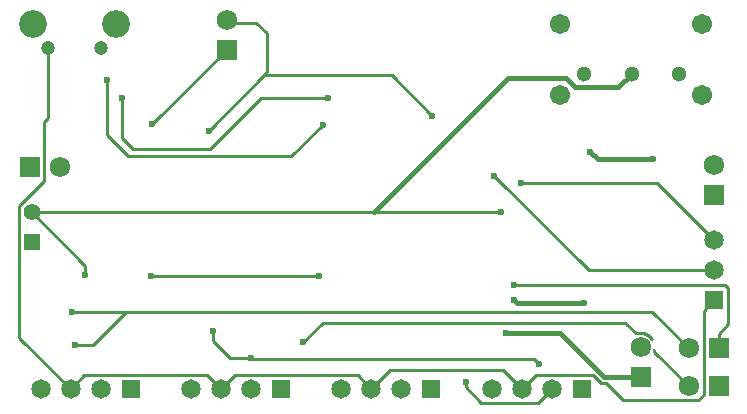
<source format=gbl>
%FSTAX23Y23*%
%MOIN*%
%SFA1B1*%

%IPPOS*%
%ADD13C,0.010000*%
%ADD69C,0.015750*%
%ADD71R,0.067910X0.067910*%
%ADD72C,0.067910*%
%ADD73C,0.051180*%
%ADD74C,0.067320*%
%ADD75R,0.067910X0.067910*%
%ADD76R,0.055750X0.055750*%
%ADD77C,0.055750*%
%ADD78C,0.047240*%
%ADD79C,0.092440*%
%ADD80R,0.064960X0.064960*%
%ADD81C,0.064960*%
%ADD82R,0.064960X0.064960*%
%ADD83C,0.023620*%
%ADD84C,0.010000*%
%LNxksoilsensor-1*%
%LPD*%
G54D13*
X02163Y01012D02*
D01*
X02161Y01014*
X02158Y01017*
X02156Y01019*
X02154Y01021*
X02151Y01023*
X02148Y01025*
X02145Y01026*
X02142Y01028*
X02139Y01029*
X02136Y0103*
X02133Y01031*
X0213Y01031*
X02127Y01031*
X02123Y01031*
X0212Y01031*
X02117Y01031*
X02114Y0103*
X01702Y01192D02*
X02405D01*
X00828Y00946D02*
X01769D01*
X01967Y0089D02*
X01993Y00864D01*
X02009*
X02066Y00808*
X0173Y00845D02*
X01775Y0089D01*
X01967*
X01769Y00946D02*
X01788Y00927D01*
X00828Y00947D02*
X00828Y00946D01*
X00758Y00947D02*
X00828D01*
X02066Y00808D02*
X02317D01*
X02113Y0103D02*
X02114D01*
X0217Y00969D02*
X02285Y00855D01*
X02109Y0103D02*
X02113D01*
X0217Y00973D02*
Y00974D01*
X02075Y01065D02*
X02077Y01062D01*
X01065Y01065D02*
X02075D01*
X01Y01D02*
X01065Y01065D01*
X02106Y01033D02*
X02109Y0103D01*
X0217Y00973D02*
Y00969D01*
X02077Y01062D02*
X02106Y01033D01*
X0087Y0189D02*
X0088Y019D01*
X00754Y02066D02*
X00844D01*
X0088Y0203*
Y019D02*
Y0203D01*
X00686Y01706D02*
X0087Y0189D01*
X01295D02*
X0143Y01755D01*
X0087Y0189D02*
X01295D01*
X00745Y02075D02*
X00754Y02066D01*
X00411Y01101D02*
X02163D01*
X0023D02*
X00411D01*
X01238Y01435D02*
X01661D01*
X00095D02*
X01238D01*
X007Y01005D02*
Y01037D01*
Y01005D02*
X00758Y00947D01*
X00239Y0099D02*
X003D01*
X00411Y01101*
X02163D02*
X02285Y0098D01*
X00493Y0122D02*
X01054D01*
X00861Y01815D02*
X01084D01*
X00691Y01645D02*
X00861Y01815D01*
X00433Y01645D02*
X00691D01*
X00396Y01682D02*
X00433Y01645D01*
X00396Y01682D02*
Y01815D01*
X01543Y0085D02*
Y00867D01*
Y0085D02*
X01593Y00799D01*
X01784*
X0183Y00845*
X01726Y0153D02*
X0218D01*
X0237Y0134*
X00095Y01435D02*
X00274Y01256D01*
Y01226D02*
Y01256D01*
X00225Y00845D02*
X00271Y00891D01*
X0068*
X00726Y00845*
X00054Y01016D02*
X00225Y00845D01*
X00054Y01016D02*
Y01455D01*
X00137Y01538*
Y01735*
X00149Y01748*
Y0198*
X00726Y00845D02*
X00772Y00891D01*
X01182*
X01228Y00845*
X01291Y00908*
X01666*
X0173Y00845*
X02317Y00808D02*
X02335Y00826D01*
Y01105*
X0237Y0114*
X00498Y01728D02*
X00745Y01975D01*
X00345Y01691D02*
Y01875D01*
Y01691D02*
X00416Y0162D01*
X0096*
X01065Y01725*
X01637Y01556D02*
X01953Y0124D01*
X0237*
X02405Y01192D02*
X02416Y01181D01*
Y0106D02*
Y01181D01*
X02385Y01029D02*
X02416Y0106D01*
X02385Y0098D02*
Y01029D01*
G54D69*
X01957Y01636D02*
X01982Y01611D01*
X01957Y01636D02*
X01957D01*
X01982Y01611D02*
X02167D01*
X01704Y01141D02*
X01714Y01131D01*
X01937*
X01702Y01141D02*
X01704D01*
X01857Y0103D02*
X02002Y00885D01*
X01675Y0103D02*
X01857D01*
X02002Y00885D02*
X02125D01*
X0205Y0185D02*
X02095Y01895D01*
X01905Y0185D02*
X0205D01*
X01875Y0188D02*
X01905Y0185D01*
X01683Y0188D02*
X01875D01*
X01238Y01435D02*
X01683Y0188D01*
G54D71*
X02125Y00885D03*
X0237Y0149D03*
X00745Y01975D03*
G54D72*
X02125Y00985D03*
X02285Y0098D03*
Y00855D03*
X0019Y01585D03*
X0237Y0159D03*
X00745Y02075D03*
G54D73*
X02252Y01895D03*
X02095D03*
X01937D03*
G54D74*
X02331Y02062D03*
Y01826D03*
X01858D03*
Y02062D03*
G54D75*
X02385Y0098D03*
Y00855D03*
X0009Y01585D03*
G54D76*
X00095Y01335D03*
G54D77*
X00095Y01435D03*
G54D78*
X00325Y0198D03*
X00149D03*
G54D79*
X00099Y02062D03*
X00375D03*
G54D80*
X00425Y00845D03*
X00926D03*
X01428D03*
X0193D03*
G54D81*
X00325Y00845D03*
X00225D03*
X00125D03*
X00826D03*
X00726D03*
X00626D03*
X0237Y0124D03*
Y0134D03*
X01328Y00845D03*
X01228D03*
X01128D03*
X0183D03*
X0173D03*
X0163D03*
G54D82*
X0237Y0114D03*
G54D83*
X01543Y00867D03*
X01937Y01131D03*
X01702Y01141D03*
X01702Y01192D03*
X01675Y0103D03*
X01788Y00927D03*
X01957Y01636D03*
X02167Y01611D03*
X00828Y00947D03*
X007Y01037D03*
X00239Y0099D03*
X0023Y01101D03*
X00493Y0122D03*
X01054D03*
X0143Y01755D03*
X00686Y01706D03*
X01084Y01815D03*
X00396D03*
X01726Y0153D03*
X01Y01D03*
X00274Y01226D03*
X01661Y01435D03*
X00498Y01728D03*
X00345Y01875D03*
X01065Y01725D03*
X01637Y01556D03*
G54D84*
X0217Y00973D03*
X02113Y0103D03*
M02*
</source>
